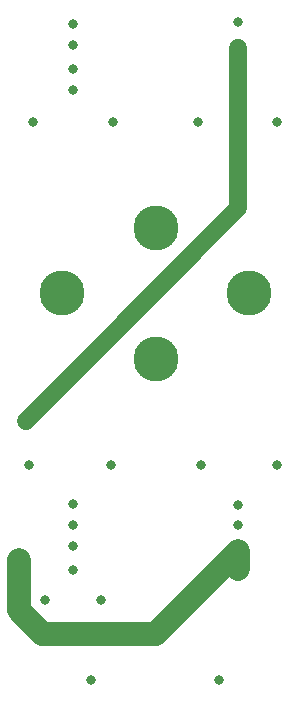
<source format=gbl>
G04 #@! TF.GenerationSoftware,KiCad,Pcbnew,(5.1.7)-1*
G04 #@! TF.CreationDate,2021-07-05T13:34:58+04:00*
G04 #@! TF.ProjectId,pcb_batteryHolder,7063625f-6261-4747-9465-7279486f6c64,1.0*
G04 #@! TF.SameCoordinates,PX8f0d180PY5f5e100*
G04 #@! TF.FileFunction,Copper,L2,Bot*
G04 #@! TF.FilePolarity,Positive*
%FSLAX46Y46*%
G04 Gerber Fmt 4.6, Leading zero omitted, Abs format (unit mm)*
G04 Created by KiCad (PCBNEW (5.1.7)-1) date 2021-07-05 13:34:58*
%MOMM*%
%LPD*%
G01*
G04 APERTURE LIST*
G04 #@! TA.AperFunction,ComponentPad*
%ADD10C,3.810000*%
G04 #@! TD*
G04 #@! TA.AperFunction,ViaPad*
%ADD11C,0.800000*%
G04 #@! TD*
G04 #@! TA.AperFunction,Conductor*
%ADD12C,2.000000*%
G04 #@! TD*
G04 #@! TA.AperFunction,Conductor*
%ADD13C,1.500000*%
G04 #@! TD*
G04 APERTURE END LIST*
D10*
X0Y7549900D03*
X0Y-3549900D03*
X-7937500Y2000000D03*
X7937500Y2000000D03*
D11*
X-5500000Y-30700000D03*
X5400000Y-30700000D03*
X-3600000Y16500000D03*
X-10400000Y16500000D03*
X-7000000Y24800000D03*
X-7000000Y23000000D03*
X-7000000Y21000000D03*
X-7000000Y19200000D03*
X10300000Y-12500000D03*
X3800000Y-12500000D03*
X7000000Y-21300000D03*
X7000000Y-19400000D03*
X7000000Y-17600000D03*
X7000000Y-15900000D03*
X-11600000Y-20600000D03*
X-11600000Y-22600000D03*
X-11600000Y-21600000D03*
X10300000Y16500000D03*
X3600000Y16500000D03*
X7000000Y19300000D03*
X7000000Y20900000D03*
X7000000Y22800000D03*
X7000000Y25000000D03*
X-11000000Y-8800000D03*
X-9000000Y-6800000D03*
X-10100000Y-7900000D03*
X-10750000Y-12500000D03*
X-3750000Y-12500000D03*
X-9400000Y-24000000D03*
X-4600000Y-24000000D03*
X-7000000Y-17600000D03*
X-7000000Y-19400000D03*
X-7000000Y-15800000D03*
X-7000000Y-21400000D03*
D12*
X-9600000Y-26800000D02*
X-11600000Y-24800000D01*
X0Y-26800000D02*
X-9600000Y-26800000D01*
X7000000Y-19800000D02*
X0Y-26800000D01*
X7000000Y-21300000D02*
X7000000Y-19800000D01*
X-11600000Y-24800000D02*
X-11600000Y-20600000D01*
D13*
X7000000Y9200000D02*
X7000000Y22800000D01*
X-6400000Y-4200000D02*
X7000000Y9200000D01*
X-6400000Y-4200000D02*
X-11000000Y-8800000D01*
M02*

</source>
